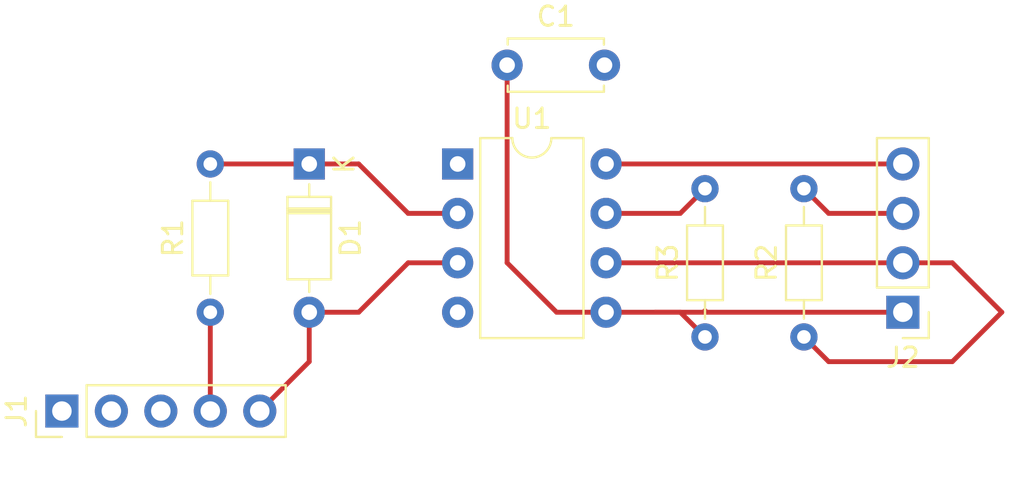
<source format=kicad_pcb>
(kicad_pcb (version 20221018) (generator pcbnew)
  (layers (0 "F.Cu" signal) (31 "B.Cu" signal) (34 "B.Paste" user) (35 "F.Paste" user) (36 "B.SilkS" user "B.Silkscreen") (37 "F.SilkS" user "F.Silkscreen") (38 "B.Mask" user) (39 "F.Mask" user) (44 "Edge.Cuts" user))
  (net 0 "")
  (net 1 "Net-(D1-K)")
  (net 2 "Net-(D1-A)")
  (net 6 "Net-(J1-Pad4)")
  (net 7 "GND")
  (net 8 "UART RX")
  (net 9 "VCC")
  (net 10 "+5V")
  (net 11 "Net-(U1-VO1)")
  (footprint "Connector_PinHeader_2.54mm:PinHeader_1x04_P2.54mm_Vertical" (layer "F.Cu") (at 187.96 86.36 180)
    (fp_text reference "J2" (at 0 -2.33) (layer "F.SilkS"))
    (fp_text value "Conn_01x04_Pin")
    (fp_line (start -1.33 -1.33) (end 0 -1.33) (stroke (width 0.12)) (layer "F.SilkS"))
    (fp_line (start -1.33 0) (end -1.33 -1.33) (stroke (width 0.12)) (layer "F.SilkS"))
    (fp_line (start -1.33 1.27) (end -1.33 8.95) (stroke (width 0.12)) (layer "F.SilkS"))
    (fp_line (start -1.33 1.27) (end 1.33 1.27) (stroke (width 0.12)) (layer "F.SilkS"))
    (fp_line (start -1.33 8.95) (end 1.33 8.95) (stroke (width 0.12)) (layer "F.SilkS"))
    (fp_line (start 1.33 1.27) (end 1.33 8.95) (stroke (width 0.12)) (layer "F.SilkS"))
    (pad "1" thru_hole rect (at 0 0 180) (size 1.7 1.7) (drill 1) (layers "*.Cu" "*.Mask") (net 7 "GND"))
    (pad "2" thru_hole oval (at 0 2.54 180) (size 1.7 1.7) (drill 1) (layers "*.Cu" "*.Mask") (net 8 "UART RX"))
    (pad "3" thru_hole oval (at 0 5.08 180) (size 1.7 1.7) (drill 1) (layers "*.Cu" "*.Mask") (net 9 "VCC"))
    (pad "4" thru_hole oval (at 0 7.62 180) (size 1.7 1.7) (drill 1) (layers "*.Cu" "*.Mask") (net 10 "+5V"))
  )
  (footprint "Capacitor_THT:C_Disc_D4.7mm_W2.5mm_P5.00mm" (layer "F.Cu") (at 167.64 73.66)
    (fp_text reference "C1" (at 2.5 -2.5) (layer "F.SilkS"))
    (fp_text value "100n")
    (fp_line (start 0.03 -1.37) (end 0.03 -1.055) (stroke (width 0.12)) (layer "F.SilkS"))
    (fp_line (start 0.03 -1.37) (end 4.97 -1.37) (stroke (width 0.12)) (layer "F.SilkS"))
    (fp_line (start 0.03 1.055) (end 0.03 1.37) (stroke (width 0.12)) (layer "F.SilkS"))
    (fp_line (start 0.03 1.37) (end 4.97 1.37) (stroke (width 0.12)) (layer "F.SilkS"))
    (fp_line (start 4.97 -1.37) (end 4.97 -1.055) (stroke (width 0.12)) (layer "F.SilkS"))
    (fp_line (start 4.97 1.055) (end 4.97 1.37) (stroke (width 0.12)) (layer "F.SilkS"))
    (pad "1" thru_hole circle (at 0 0) (size 1.6 1.6) (drill 0.8) (layers "*.Cu" "*.Mask") (net 7 "GND"))
    (pad "2" thru_hole circle (at 5 0) (size 1.6 1.6) (drill 0.8) (layers "*.Cu" "*.Mask") (net 10 "+5V"))
  )
  (footprint "Package_DIP:DIP-8_W7.62mm" (layer "F.Cu") (at 165.1 78.74)
    (fp_text reference "U1" (at 3.81 -2.33) (layer "F.SilkS"))
    (fp_text value "6N138")
    (fp_line (start 1.16 -1.33) (end 1.16 8.95) (stroke (width 0.12)) (layer "F.SilkS"))
    (fp_line (start 1.16 8.95) (end 6.46 8.95) (stroke (width 0.12)) (layer "F.SilkS"))
    (fp_line (start 2.81 -1.33) (end 1.16 -1.33) (stroke (width 0.12)) (layer "F.SilkS"))
    (fp_line (start 6.46 -1.33) (end 4.81 -1.33) (stroke (width 0.12)) (layer "F.SilkS"))
    (fp_line (start 6.46 8.95) (end 6.46 -1.33) (stroke (width 0.12)) (layer "F.SilkS"))
    (fp_arc (start 4.81 -1.33) (mid 3.81 -0.33) (end 2.81 -1.33) (stroke (width 0.12)) (layer "F.SilkS"))
    (pad "1" thru_hole rect (at 0 0) (size 1.6 1.6) (drill 0.8) (layers "*.Cu" "*.Mask"))
    (pad "2" thru_hole oval (at 0 2.54) (size 1.6 1.6) (drill 0.8) (layers "*.Cu" "*.Mask") (net 1 "Net-(D1-K)"))
    (pad "3" thru_hole oval (at 0 5.08) (size 1.6 1.6) (drill 0.8) (layers "*.Cu" "*.Mask") (net 2 "Net-(D1-A)"))
    (pad "4" thru_hole oval (at 0 7.62) (size 1.6 1.6) (drill 0.8) (layers "*.Cu" "*.Mask"))
    (pad "5" thru_hole oval (at 7.62 7.62) (size 1.6 1.6) (drill 0.8) (layers "*.Cu" "*.Mask") (net 7 "GND"))
    (pad "6" thru_hole oval (at 7.62 5.08) (size 1.6 1.6) (drill 0.8) (layers "*.Cu" "*.Mask") (net 8 "UART RX"))
    (pad "7" thru_hole oval (at 7.62 2.54) (size 1.6 1.6) (drill 0.8) (layers "*.Cu" "*.Mask") (net 11 "Net-(U1-VO1)"))
    (pad "8" thru_hole oval (at 7.62 0) (size 1.6 1.6) (drill 0.8) (layers "*.Cu" "*.Mask") (net 10 "+5V"))
  )
  (footprint "Resistor_THT:R_Axial_DIN0204_L3.6mm_D1.6mm_P7.62mm_Horizontal" (layer "F.Cu") (at 177.8 87.63 90)
    (fp_text reference "R3" (at 3.81 -1.92 90) (layer "F.SilkS"))
    (fp_text value "10k")
    (fp_line (start 0.94 0) (end 1.89 0) (stroke (width 0.12)) (layer "F.SilkS"))
    (fp_line (start 1.89 -0.92) (end 1.89 0.92) (stroke (width 0.12)) (layer "F.SilkS"))
    (fp_line (start 1.89 0.92) (end 5.73 0.92) (stroke (width 0.12)) (layer "F.SilkS"))
    (fp_line (start 5.73 -0.92) (end 1.89 -0.92) (stroke (width 0.12)) (layer "F.SilkS"))
    (fp_line (start 5.73 0.92) (end 5.73 -0.92) (stroke (width 0.12)) (layer "F.SilkS"))
    (fp_line (start 6.68 0) (end 5.73 0) (stroke (width 0.12)) (layer "F.SilkS"))
    (pad "1" thru_hole circle (at 0 0 90) (size 1.4 1.4) (drill 0.7) (layers "*.Cu" "*.Mask") (net 7 "GND"))
    (pad "2" thru_hole oval (at 7.62 0 90) (size 1.4 1.4) (drill 0.7) (layers "*.Cu" "*.Mask") (net 11 "Net-(U1-VO1)"))
  )
  (footprint "Connector_PinHeader_2.54mm:PinHeader_1x05_P2.54mm_Vertical" (layer "F.Cu") (at 144.78 91.44 90)
    (fp_text reference "J1" (at 0 -2.33 90) (layer "F.SilkS"))
    (fp_text value "DIN-5_180degree")
    (fp_line (start -1.33 -1.33) (end 0 -1.33) (stroke (width 0.12)) (layer "F.SilkS"))
    (fp_line (start -1.33 0) (end -1.33 -1.33) (stroke (width 0.12)) (layer "F.SilkS"))
    (fp_line (start -1.33 1.27) (end -1.33 11.49) (stroke (width 0.12)) (layer "F.SilkS"))
    (fp_line (start -1.33 1.27) (end 1.33 1.27) (stroke (width 0.12)) (layer "F.SilkS"))
    (fp_line (start -1.33 11.49) (end 1.33 11.49) (stroke (width 0.12)) (layer "F.SilkS"))
    (fp_line (start 1.33 1.27) (end 1.33 11.49) (stroke (width 0.12)) (layer "F.SilkS"))
    (pad "1" thru_hole rect (at 0 0 90) (size 1.7 1.7) (drill 1) (layers "*.Cu" "*.Mask"))
    (pad "2" thru_hole oval (at 0 2.54 90) (size 1.7 1.7) (drill 1) (layers "*.Cu" "*.Mask"))
    (pad "3" thru_hole oval (at 0 5.08 90) (size 1.7 1.7) (drill 1) (layers "*.Cu" "*.Mask"))
    (pad "4" thru_hole oval (at 0 7.62 90) (size 1.7 1.7) (drill 1) (layers "*.Cu" "*.Mask") (net 6 "Net-(J1-Pad4)"))
    (pad "5" thru_hole oval (at 0 10.16 90) (size 1.7 1.7) (drill 1) (layers "*.Cu" "*.Mask") (net 2 "Net-(D1-A)"))
  )
  (footprint "Diode_THT:D_DO-35_SOD27_P7.62mm_Horizontal" (layer "F.Cu") (at 157.48 78.74 -90)
    (fp_text reference "D1" (at 3.81 -2.12 90) (layer "F.SilkS"))
    (fp_text value "1N4148")
    (fp_text user "K" (at 0 -1.8 90) (layer "F.SilkS"))
    (fp_line (start 1.04 0) (end 1.69 0) (stroke (width 0.12)) (layer "F.SilkS"))
    (fp_line (start 1.69 -1.12) (end 1.69 1.12) (stroke (width 0.12)) (layer "F.SilkS"))
    (fp_line (start 1.69 1.12) (end 5.93 1.12) (stroke (width 0.12)) (layer "F.SilkS"))
    (fp_line (start 2.29 -1.12) (end 2.29 1.12) (stroke (width 0.12)) (layer "F.SilkS"))
    (fp_line (start 2.41 -1.12) (end 2.41 1.12) (stroke (width 0.12)) (layer "F.SilkS"))
    (fp_line (start 2.53 -1.12) (end 2.53 1.12) (stroke (width 0.12)) (layer "F.SilkS"))
    (fp_line (start 5.93 -1.12) (end 1.69 -1.12) (stroke (width 0.12)) (layer "F.SilkS"))
    (fp_line (start 5.93 1.12) (end 5.93 -1.12) (stroke (width 0.12)) (layer "F.SilkS"))
    (fp_line (start 6.58 0) (end 5.93 0) (stroke (width 0.12)) (layer "F.SilkS"))
    (pad "1" thru_hole rect (at 0 0 270) (size 1.6 1.6) (drill 0.8) (layers "*.Cu" "*.Mask") (net 1 "Net-(D1-K)"))
    (pad "2" thru_hole oval (at 7.62 0 270) (size 1.6 1.6) (drill 0.8) (layers "*.Cu" "*.Mask") (net 2 "Net-(D1-A)"))
  )
  (footprint "Resistor_THT:R_Axial_DIN0204_L3.6mm_D1.6mm_P7.62mm_Horizontal" (layer "F.Cu") (at 152.4 86.36 90)
    (fp_text reference "R1" (at 3.81 -1.92 90) (layer "F.SilkS"))
    (fp_text value "220")
    (fp_line (start 0.94 0) (end 1.89 0) (stroke (width 0.12)) (layer "F.SilkS"))
    (fp_line (start 1.89 -0.92) (end 1.89 0.92) (stroke (width 0.12)) (layer "F.SilkS"))
    (fp_line (start 1.89 0.92) (end 5.73 0.92) (stroke (width 0.12)) (layer "F.SilkS"))
    (fp_line (start 5.73 -0.92) (end 1.89 -0.92) (stroke (width 0.12)) (layer "F.SilkS"))
    (fp_line (start 5.73 0.92) (end 5.73 -0.92) (stroke (width 0.12)) (layer "F.SilkS"))
    (fp_line (start 6.68 0) (end 5.73 0) (stroke (width 0.12)) (layer "F.SilkS"))
    (pad "1" thru_hole circle (at 0 0 90) (size 1.4 1.4) (drill 0.7) (layers "*.Cu" "*.Mask") (net 6 "Net-(J1-Pad4)"))
    (pad "2" thru_hole oval (at 7.62 0 90) (size 1.4 1.4) (drill 0.7) (layers "*.Cu" "*.Mask") (net 1 "Net-(D1-K)"))
  )
  (footprint "Resistor_THT:R_Axial_DIN0204_L3.6mm_D1.6mm_P7.62mm_Horizontal" (layer "F.Cu") (at 182.88 87.63 90)
    (fp_text reference "R2" (at 3.81 -1.92 90) (layer "F.SilkS"))
    (fp_text value "1k")
    (fp_line (start 0.94 0) (end 1.89 0) (stroke (width 0.12)) (layer "F.SilkS"))
    (fp_line (start 1.89 -0.92) (end 1.89 0.92) (stroke (width 0.12)) (layer "F.SilkS"))
    (fp_line (start 1.89 0.92) (end 5.73 0.92) (stroke (width 0.12)) (layer "F.SilkS"))
    (fp_line (start 5.73 -0.92) (end 1.89 -0.92) (stroke (width 0.12)) (layer "F.SilkS"))
    (fp_line (start 5.73 0.92) (end 5.73 -0.92) (stroke (width 0.12)) (layer "F.SilkS"))
    (fp_line (start 6.68 0) (end 5.73 0) (stroke (width 0.12)) (layer "F.SilkS"))
    (pad "1" thru_hole circle (at 0 0 90) (size 1.4 1.4) (drill 0.7) (layers "*.Cu" "*.Mask") (net 8 "UART RX"))
    (pad "2" thru_hole oval (at 7.62 0 90) (size 1.4 1.4) (drill 0.7) (layers "*.Cu" "*.Mask") (net 9 "VCC"))
  )
  (segment (start 152.4 78.74) (end 157.48 78.74) (width 0.25) (layer "F.Cu") (net 1))
  (segment (start 165.1 81.28) (end 162.56 81.28) (width 0.25) (layer "F.Cu") (net 1))
  (segment (start 160.02 78.74) (end 157.48 78.74) (width 0.25) (layer "F.Cu") (net 1))
  (segment (start 162.56 81.28) (end 160.02 78.74) (width 0.25) (layer "F.Cu") (net 1))
  (segment (start 157.48 86.36) (end 160.02 86.36) (width 0.25) (layer "F.Cu") (net 2))
  (segment (start 162.56 83.82) (end 165.1 83.82) (width 0.25) (layer "F.Cu") (net 2))
  (segment (start 160.02 86.36) (end 162.56 83.82) (width 0.25) (layer "F.Cu") (net 2))
  (segment (start 154.94 91.44) (end 157.48 88.9) (width 0.25) (layer "F.Cu") (net 2))
  (segment (start 157.48 88.9) (end 157.48 86.36) (width 0.25) (layer "F.Cu") (net 2))
  (segment (start 152.4 91.44) (end 152.4 86.36) (width 0.25) (layer "F.Cu") (net 6))
  (segment (start 172.72 86.36) (end 175.26 86.36) (width 0.25) (layer "F.Cu") (net 7))
  (segment (start 167.64 83.82) (end 167.64 73.66) (width 0.25) (layer "F.Cu") (net 7))
  (segment (start 177.8 87.63) (end 176.53 86.36) (width 0.25) (layer "F.Cu") (net 7))
  (segment (start 170.18 86.36) (end 167.64 83.82) (width 0.25) (layer "F.Cu") (net 7))
  (segment (start 177.72 86.36) (end 177.8 86.28) (width 0.25) (layer "F.Cu") (net 7))
  (segment (start 176.53 86.36) (end 175.26 86.36) (width 0.25) (layer "F.Cu") (net 7))
  (segment (start 177.88 86.36) (end 177.8 86.28) (width 0.25) (layer "F.Cu") (net 7))
  (segment (start 172.72 86.36) (end 170.18 86.36) (width 0.25) (layer "F.Cu") (net 7))
  (segment (start 175.26 86.36) (end 177.72 86.36) (width 0.25) (layer "F.Cu") (net 7))
  (segment (start 187.96 86.36) (end 177.88 86.36) (width 0.25) (layer "F.Cu") (net 7))
  (segment (start 182.88 87.63) (end 184.15 88.9) (width 0.25) (layer "F.Cu") (net 8))
  (segment (start 172.72 83.82) (end 187.96 83.82) (width 0.25) (layer "F.Cu") (net 8))
  (segment (start 193.04 86.36) (end 190.5 83.82) (width 0.25) (layer "F.Cu") (net 8))
  (segment (start 184.15 88.9) (end 190.5 88.9) (width 0.25) (layer "F.Cu") (net 8))
  (segment (start 190.5 83.82) (end 187.96 83.82) (width 0.25) (layer "F.Cu") (net 8))
  (segment (start 190.5 88.9) (end 193.04 86.36) (width 0.25) (layer "F.Cu") (net 8))
  (segment (start 184.15 81.28) (end 182.88 80.01) (width 0.25) (layer "F.Cu") (net 9))
  (segment (start 187.96 81.28) (end 184.15 81.28) (width 0.25) (layer "F.Cu") (net 9))
  (segment (start 172.72 78.74) (end 187.96 78.74) (width 0.25) (layer "F.Cu") (net 10))
  (segment (start 177.8 80.01) (end 176.53 81.28) (width 0.25) (layer "F.Cu") (net 11))
  (segment (start 176.53 81.28) (end 172.72 81.28) (width 0.25) (layer "F.Cu") (net 11))
)
</source>
